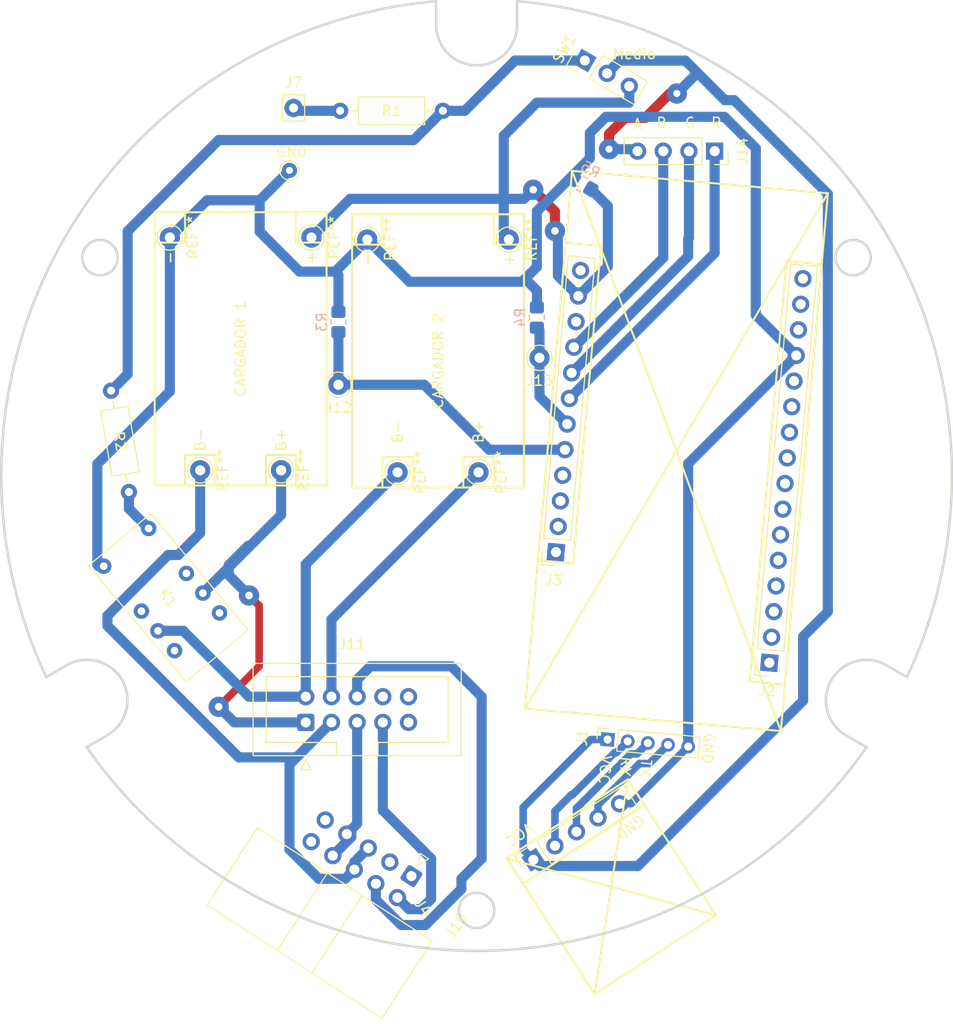
<source format=kicad_pcb>
(kicad_pcb (version 20211014) (generator pcbnew)
  (layers (0 "F.Cu" signal) (31 "B.Cu" signal) (34 "B.Paste" user) (35 "F.Paste" user) (36 "B.SilkS" user "B.Silkscreen") (37 "F.SilkS" user "F.Silkscreen") (38 "B.Mask" user) (39 "F.Mask" user) (44 "Edge.Cuts" user))
  (net 0 "")
  (net 1 "/LED")
  (net 2 "Net-(K1-Pad1)")
  (net 3 "/VBAT1")
  (net 4 "/GNDBAT2")
  (net 5 "GND")
  (net 25 "/LED_CARGA_2")
  (net 26 "/R")
  (net 27 "/G")
  (net 28 "/B")
  (net 31 "VCC")
  (net 32 "/RX")
  (net 33 "/TX")
  (net 34 "/NC")
  (net 35 "/VCC_SW")
  (net 36 "GND1")
  (net 37 "/VCC_STLINK")
  (net 38 "/SCLK _STL_LINK")
  (net 40 "/VBAT2")
  (net 41 "/SDIO_STL")
  (net 48 "Net-(R1-Pad2)")
  (net 49 "/LED_CARGA_1")
  (footprint "Resistor_THT:R_Axial_DIN0207_L6.3mm_D2.5mm_P10.16mm_Horizontal" (layer "F.Cu") (at 113.357863 90.767178 -80)
    (fp_text reference "R2" (at 5.08 0 100) (layer "F.SilkS"))
    (fp_text value "120")
    (fp_line (start 1.04 0) (end 1.81 0) (layer "F.SilkS") (width 0.12))
    (fp_line (start 8.35 1.37) (end 8.35 -1.37) (layer "F.SilkS") (width 0.12))
    (fp_line (start 8.35 -1.37) (end 1.81 -1.37) (layer "F.SilkS") (width 0.12))
    (fp_line (start 9.12 0) (end 8.35 0) (layer "F.SilkS") (width 0.12))
    (fp_line (start 1.81 -1.37) (end 1.81 1.37) (layer "F.SilkS") (width 0.12))
    (fp_line (start 1.81 1.37) (end 8.35 1.37) (layer "F.SilkS") (width 0.12))
    (pad "1" thru_hole circle locked (at 0 0 280) (size 1.6 1.6) (drill 0.8) (layers *.Cu *.Mask) (net 48 "Net-(R1-Pad2)"))
    (pad "2" thru_hole oval locked (at 10.16 0 280) (size 1.6 1.6) (drill 0.8) (layers *.Cu *.Mask) (net 2 "Net-(K1-Pad1)"))
  )
  (footprint "Connector_Pin:Pin_D1.0mm_L10.0mm" (layer "F.Cu") (at 130.169995 98.630002 90)
    (fp_text reference "REF**" (at 0 2.25 90) (layer "F.SilkS"))
    (fp_text value "Pin_D1.0mm_L10.0mm")
    (fp_circle (center 0 0) (end 1.25 0.05) (layer "F.SilkS") (width 0.12) (fill none))
    (pad "1" thru_hole circle locked (at 0 0 90) (size 2 2) (drill 1) (layers *.Cu *.Mask) (net 3 "/VBAT1"))
    (pad "1" thru_hole circle locked (at 0 0 90) (size 2 2) (drill 1) (layers *.Cu *.Mask) (net 3 "/VBAT1"))
  )
  (footprint "Connector_Pin:Pin_D1.0mm_L10.0mm" (layer "F.Cu") (at 133.169996 75.630004 90)
    (fp_text reference "REF**" (at 0 2.25 90) (layer "F.SilkS"))
    (fp_text value "Pin_D1.0mm_L10.0mm")
    (fp_circle (center 0 0) (end 1.25 0.05) (layer "F.SilkS") (width 0.12) (fill none))
    (pad "1" thru_hole circle locked (at 0 0 90) (size 2 2) (drill 1) (layers *.Cu *.Mask) (net 35 "/VCC_SW"))
  )
  (footprint "Connector_PinSocket_2.00mm:PinSocket_1x05_P2.00mm_Vertical" (layer "F.Cu") (at 162.453505 125.232639 85)
    (fp_text reference "J1" (at 0 -2.5 85) (layer "F.SilkS"))
    (fp_text value "Micro-usb_lora")
    (fp_line (start -1.06 9.06) (end 1.06 9.06) (layer "F.SilkS") (width 0.12))
    (fp_line (start 0 -1.06) (end 1.06 -1.06) (layer "F.SilkS") (width 0.12))
    (fp_line (start 1.06 1) (end 1.06 9.06) (layer "F.SilkS") (width 0.12))
    (fp_line (start 1.06 -1.06) (end 1.06 0) (layer "F.SilkS") (width 0.12))
    (fp_line (start -1.06 1) (end -1.06 9.06) (layer "F.SilkS") (width 0.12))
    (fp_line (start -1.06 1) (end 1.06 1) (layer "F.SilkS") (width 0.12))
    (pad "1" thru_hole rect locked (at 0 0 85) (size 1.35 1.35) (drill 0.8) (layers *.Cu *.Mask) (net 31 "VCC"))
    (pad "2" thru_hole oval locked (at 0 2 85) (size 1.35 1.35) (drill 0.8) (layers *.Cu *.Mask) (net 32 "/RX"))
    (pad "3" thru_hole oval locked (at 0 4 85) (size 1.35 1.35) (drill 0.8) (layers *.Cu *.Mask) (net 33 "/TX"))
    (pad "4" thru_hole oval locked (at 0 6 85) (size 1.35 1.35) (drill 0.8) (layers *.Cu *.Mask) (net 34 "/NC"))
    (pad "5" thru_hole oval locked (at 0 8 85) (size 1.35 1.35) (drill 0.8) (layers *.Cu *.Mask) (net 5 "GND"))
  )
  (footprint "Connector_Pin:Pin_D1.0mm_L10.0mm" (layer "F.Cu") (at 138.69 75.829996 90)
    (fp_text reference "REF**" (at 0 2.25 90) (layer "F.SilkS"))
    (fp_text value "Pin_D1.0mm_L10.0mm")
    (fp_circle (center 0 0) (end 1.25 0.05) (layer "F.SilkS") (width 0.12) (fill none))
    (pad "1" thru_hole circle locked (at 0 0 90) (size 2 2) (drill 1) (layers *.Cu *.Mask) (net 5 "GND"))
  )
  (footprint "Connector_PinSocket_2.54mm:PinSocket_1x16_P2.54mm_Vertical" (layer "F.Cu") (at 178.450421 117.648001 175)
    (fp_text reference "J2" (at 0 -2.77 175) (layer "F.SilkS"))
    (fp_text value "Parte izquierda lora")
    (fp_line (start 0 -1.33) (end 1.33 -1.33) (layer "F.SilkS") (width 0.12))
    (fp_line (start -1.33 39.43) (end 1.33 39.43) (layer "F.SilkS") (width 0.12))
    (fp_line (start -1.33 1.27) (end 1.33 1.27) (layer "F.SilkS") (width 0.12))
    (fp_line (start 1.33 1.27) (end 1.33 39.43) (layer "F.SilkS") (width 0.12))
    (fp_line (start 1.33 -1.33) (end 1.33 0) (layer "F.SilkS") (width 0.12))
    (fp_line (start -1.33 1.27) (end -1.33 39.43) (layer "F.SilkS") (width 0.12))
    (pad "1" thru_hole rect locked (at 0 0 175) (size 1.7 1.7) (drill 1) (layers *.Cu *.Mask))
    (pad "2" thru_hole oval locked (at 0 2.54 175) (size 1.7 1.7) (drill 1) (layers *.Cu *.Mask))
    (pad "3" thru_hole oval locked (at 0 5.08 175) (size 1.7 1.7) (drill 1) (layers *.Cu *.Mask))
    (pad "4" thru_hole oval locked (at 0 7.62 175) (size 1.7 1.7) (drill 1) (layers *.Cu *.Mask))
    (pad "5" thru_hole oval locked (at 0 10.16 175) (size 1.7 1.7) (drill 1) (layers *.Cu *.Mask))
    (pad "6" thru_hole oval locked (at 0 12.7 175) (size 1.7 1.7) (drill 1) (layers *.Cu *.Mask))
    (pad "7" thru_hole oval locked (at 0 15.24 175) (size 1.7 1.7) (drill 1) (layers *.Cu *.Mask))
    (pad "8" thru_hole oval locked (at 0 17.78 175) (size 1.7 1.7) (drill 1) (layers *.Cu *.Mask))
    (pad "9" thru_hole oval locked (at 0 20.32 175) (size 1.7 1.7) (drill 1) (layers *.Cu *.Mask))
    (pad "10" thru_hole oval locked (at 0 22.86 175) (size 1.7 1.7) (drill 1) (layers *.Cu *.Mask))
    (pad "11" thru_hole oval locked (at 0 25.4 175) (size 1.7 1.7) (drill 1) (layers *.Cu *.Mask))
    (pad "12" thru_hole oval locked (at 0 27.94 175) (size 1.7 1.7) (drill 1) (layers *.Cu *.Mask))
    (pad "13" thru_hole oval locked (at 0 30.48 175) (size 1.7 1.7) (drill 1) (layers *.Cu *.Mask) (net 5 "GND"))
    (pad "14" thru_hole oval locked (at 0 33.02 175) (size 1.7 1.7) (drill 1) (layers *.Cu *.Mask))
    (pad "15" thru_hole oval locked (at 0 35.56 175) (size 1.7 1.7) (drill 1) (layers *.Cu *.Mask))
    (pad "16" thru_hole oval locked (at 0 38.1 175) (size 1.7 1.7) (drill 1) (layers *.Cu *.Mask))
  )
  (footprint "Connector_Pin:Pin_D1.0mm_L10.0mm" (layer "F.Cu") (at 141.689999 98.829996 90)
    (fp_text reference "REF**" (at 0 2.25 90) (layer "F.SilkS"))
    (fp_text value "Pin_D1.0mm_L10.0mm")
    (fp_circle (center 0 0) (end 1.25 0.05) (layer "F.SilkS") (width 0.12) (fill none))
    (pad "1" thru_hole circle locked (at 0 0 90) (size 2 2) (drill 1) (layers *.Cu *.Mask) (net 4 "/GNDBAT2"))
  )
  (footprint "Connector_IDC:IDC-Header_2x05_P2.54mm_Vertical" (layer "F.Cu") (at 132.61 123.54 90)
    (fp_text reference "J11" (at 7.7525 4.58) (layer "F.SilkS"))
    (fp_text value "IDC_CANSAT")
    (fp_line (start 4.52 14.07) (end -1.98 14.07) (layer "F.SilkS") (width 0.12))
    (fp_line (start -3.68 0) (end -4.68 -0.5) (layer "F.SilkS") (width 0.12))
    (fp_line (start -1.98 7.13) (end -3.29 7.13) (layer "F.SilkS") (width 0.12))
    (fp_line (start -4.68 -0.5) (end -4.68 0.5) (layer "F.SilkS") (width 0.12))
    (fp_line (start -3.29 -5.21) (end 5.83 -5.21) (layer "F.SilkS") (width 0.12))
    (fp_line (start -4.68 0.5) (end -3.68 0) (layer "F.SilkS") (width 0.12))
    (fp_line (start -3.29 15.37) (end -3.29 -5.21) (layer "F.SilkS") (width 0.12))
    (fp_line (start -1.98 -3.91) (end 4.52 -3.91) (layer "F.SilkS") (width 0.12))
    (fp_line (start -1.98 3.03) (end -1.98 -3.91) (layer "F.SilkS") (width 0.12))
    (fp_line (start -1.98 7.13) (end -1.98 7.13) (layer "F.SilkS") (width 0.12))
    (fp_line (start -3.29 3.03) (end -1.98 3.03) (layer "F.SilkS") (width 0.12))
    (fp_line (start 5.83 -5.21) (end 5.83 15.37) (layer "F.SilkS") (width 0.12))
    (fp_line (start -1.98 14.07) (end -1.98 7.13) (layer "F.SilkS") (width 0.12))
    (fp_line (start 4.52 -3.91) (end 4.52 14.07) (layer "F.SilkS") (width 0.12))
    (fp_line (start 5.83 15.37) (end -3.29 15.37) (layer "F.SilkS") (width 0.12))
    (pad "1" thru_hole roundrect locked (at 0 0 90) (size 1.7 1.7) (drill 1) (layers *.Cu *.Mask) (roundrect_rratio 0.147059) (net 3 "/VBAT1"))
    (pad "2" thru_hole circle locked (at 2.54 0 90) (size 1.7 1.7) (drill 1) (layers *.Cu *.Mask) (net 4 "/GNDBAT2"))
    (pad "3" thru_hole circle locked (at 0 2.54 90) (size 1.7 1.7) (drill 1) (layers *.Cu *.Mask) (net 36 "GND1"))
    (pad "4" thru_hole circle locked (at 2.54 2.54 90) (size 1.7 1.7) (drill 1) (layers *.Cu *.Mask) (net 40 "/VBAT2"))
    (pad "5" thru_hole circle locked (at 0 5.08 90) (size 1.7 1.7) (drill 1) (layers *.Cu *.Mask) (net 37 "/VCC_STLINK"))
    (pad "6" thru_hole circle locked (at 2.54 5.08 90) (size 1.7 1.7) (drill 1) (layers *.Cu *.Mask) (net 41 "/SDIO_STL"))
    (pad "7" thru_hole circle locked (at 0 7.62 90) (size 1.7 1.7) (drill 1) (layers *.Cu *.Mask) (net 38 "/SCLK _STL_LINK"))
    (pad "8" thru_hole circle locked (at 2.54 7.62 90) (size 1.7 1.7) (drill 1) (layers *.Cu *.Mask))
    (pad "9" thru_hole circle locked (at 0 10.16 90) (size 1.7 1.7) (drill 1) (layers *.Cu *.Mask))
    (pad "10" thru_hole circle locked (at 2.54 10.16 90) (size 1.7 1.7) (drill 1) (layers *.Cu *.Mask))
  )
  (footprint "Connector_PinSocket_2.54mm:PinSocket_1x04_P2.54mm_Vertical" (layer "F.Cu") (at 173.040001 67.095 -90)
    (fp_text reference "J14" (at 0 -2.77 90) (layer "F.SilkS"))
    (fp_text value "conector RGB")
    (fp_line (start -1.33 1.27) (end 1.33 1.27) (layer "F.SilkS") (width 0.12))
    (fp_line (start -1.33 8.95) (end 1.33 8.95) (layer "F.SilkS") (width 0.12))
    (fp_line (start 0 -1.33) (end 1.33 -1.33) (layer "F.SilkS") (width 0.12))
    (fp_line (start 1.33 -1.33) (end 1.33 0) (layer "F.SilkS") (width 0.12))
    (fp_line (start 1.33 1.27) (end 1.33 8.95) (layer "F.SilkS") (width 0.12))
    (fp_line (start -1.33 1.27) (end -1.33 8.95) (layer "F.SilkS") (width 0.12))
    (pad "1" thru_hole rect locked (at 0 0 270) (size 1.7 1.7) (drill 1) (layers *.Cu *.Mask) (net 26 "/R"))
    (pad "2" thru_hole oval locked (at 0 2.54 270) (size 1.7 1.7) (drill 1) (layers *.Cu *.Mask) (net 27 "/G"))
    (pad "3" thru_hole oval locked (at 0 5.08 270) (size 1.7 1.7) (drill 1) (layers *.Cu *.Mask) (net 28 "/B"))
    (pad "4" thru_hole oval locked (at 0 7.62 270) (size 1.7 1.7) (drill 1) (layers *.Cu *.Mask) (net 31 "VCC"))
  )
  (footprint "Connector_Pin:Pin_D1.0mm_L10.0mm" (layer "F.Cu") (at 122.169996 98.63 90)
    (fp_text reference "REF**" (at 0 2.25 90) (layer "F.SilkS"))
    (fp_text value "Pin_D1.0mm_L10.0mm")
    (fp_circle (center 0 0) (end 1.25 0.05) (layer "F.SilkS") (width 0.12) (fill none))
    (pad "1" thru_hole circle locked (at 0 0 90) (size 2 2) (drill 1) (layers *.Cu *.Mask) (net 36 "GND1"))
  )
  (footprint "Relay_THT:RELAY PANASONIC" (layer "F.Cu") (at 119.03 111.22 -50)
    (fp_text reference "K1" (at 0 0 -50 unlocked) (layer "F.SilkS"))
    (fp_text value "ADW11")
    (fp_rect (start -7.5 -4) (end 7.5 4) (layer "F.SilkS") (width 0.12) (fill none))
    (pad "1" thru_hole circle (at -6.5 -2.9 310) (size 1.524 1.524) (drill 0.762) (layers *.Cu *.Mask) (net 2 "Net-(K1-Pad1)"))
    (pad "2" thru_hole circle (at -0.7 2.9 310) (size 1.524 1.524) (drill 0.762) (layers *.Cu *.Mask))
    (pad "3" thru_hole circle (at 1.84 -2.9 310) (size 1.524 1.524) (drill 0.762) (layers *.Cu *.Mask) (net 3 "/VBAT1"))
    (pad "4" thru_hole circle (at -0.7 -2.9 310) (size 1.524 1.524) (drill 0.762) (layers *.Cu *.Mask))
    (pad "5" thru_hole circle (at 1.84 2.9 310) (size 1.524 1.524) (drill 0.762) (layers *.Cu *.Mask) (net 4 "/GNDBAT2"))
    (pad "6" thru_hole circle (at -6.5 2.9 310) (size 1.524 1.524) (drill 0.762) (layers *.Cu *.Mask) (net 5 "GND"))
    (pad "7" thru_hole circle (at 4.4 -2.9 310) (size 1.524 1.524) (drill 0.762) (layers *.Cu *.Mask))
    (pad "8" thru_hole circle (at 4.4 2.9 310) (size 1.524 1.524) (drill 0.762) (layers *.Cu *.Mask))
  )
  (footprint "Connector_PinSocket_2.54mm:PinSocket_1x12_P2.54mm_Vertical" (layer "F.Cu") (at 157.3478 106.717187 175)
    (fp_text reference "J3" (at 0 -2.77 175) (layer "F.SilkS"))
    (fp_text value "parte derecha lora")
    (fp_line (start 0 -1.33) (end 1.33 -1.33) (layer "F.SilkS") (width 0.12))
    (fp_line (start -1.33 29.27) (end 1.33 29.27) (layer "F.SilkS") (width 0.12))
    (fp_line (start 1.33 -1.33) (end 1.33 0) (layer "F.SilkS") (width 0.12))
    (fp_line (start 1.33 1.27) (end 1.33 29.27) (layer "F.SilkS") (width 0.12))
    (fp_line (start -1.33 1.27) (end -1.33 29.27) (layer "F.SilkS") (width 0.12))
    (fp_line (start -1.33 1.27) (end 1.33 1.27) (layer "F.SilkS") (width 0.12))
    (pad "1" thru_hole rect locked (at 0 0 175) (size 1.7 1.7) (drill 1) (layers *.Cu *.Mask))
    (pad "2" thru_hole oval locked (at 0 2.54 175) (size 1.7 1.7) (drill 1) (layers *.Cu *.Mask))
    (pad "3" thru_hole oval locked (at 0 5.08 175) (size 1.7 1.7) (drill 1) (layers *.Cu *.Mask))
    (pad "4" thru_hole oval locked (at 0 7.62 175) (size 1.7 1.7) (drill 1) (layers *.Cu *.Mask))
    (pad "5" thru_hole oval locked (at 0 10.16 175) (size 1.7 1.7) (drill 1) (layers *.Cu *.Mask) (net 49 "/LED_CARGA_1"))
    (pad "6" thru_hole oval locked (at 0 12.7 175) (size 1.7 1.7) (drill 1) (layers *.Cu *.Mask) (net 25 "/LED_CARGA_2"))
    (pad "7" thru_hole oval locked (at 0 15.24 175) (size 1.7 1.7) (drill 1) (layers *.Cu *.Mask) (net 26 "/R"))
    (pad "8" thru_hole oval locked (at 0 17.78 175) (size 1.7 1.7) (drill 1) (layers *.Cu *.Mask) (net 27 "/G"))
    (pad "9" thru_hole oval locked (at 0 20.32 175) (size 1.7 1.7) (drill 1) (layers *.Cu *.Mask) (net 28 "/B"))
    (pad "10" thru_hole oval locked (at 0 22.86 175) (size 1.7 1.7) (drill 1) (layers *.Cu *.Mask))
    (pad "11" thru_hole oval locked (at 0 25.4 175) (size 1.7 1.7) (drill 1) (layers *.Cu *.Mask) (net 35 "/VCC_SW"))
    (pad "12" thru_hole oval locked (at 0 27.94 175) (size 1.7 1.7) (drill 1) (layers *.Cu *.Mask))
  )
  (footprint "Resistor_THT:R_Axial_DIN0207_L6.3mm_D2.5mm_P10.16mm_Horizontal" (layer "F.Cu") (at 136.010001 63.110005)
    (fp_text reference "R1" (at 5.08 0) (layer "F.SilkS"))
    (fp_text value "330")
    (fp_line (start 8.35 1.37) (end 8.35 -1.37) (layer "F.SilkS") (width 0.12))
    (fp_line (start 1.81 1.37) (end 8.35 1.37) (layer "F.SilkS") (width 0.12))
    (fp_line (start 8.35 -1.37) (end 1.81 -1.37) (layer "F.SilkS") (width 0.12))
    (fp_line (start 1.04 0) (end 1.81 0) (layer "F.SilkS") (width 0.12))
    (fp_line (start 9.12 0) (end 8.35 0) (layer "F.SilkS") (width 0.12))
    (fp_line (start 1.81 -1.37) (end 1.81 1.37) (layer "F.SilkS") (width 0.12))
    (pad "1" thru_hole circle locked (at 0 0) (size 1.6 1.6) (drill 0.8) (layers *.Cu *.Mask) (net 1 "/LED"))
    (pad "2" thru_hole oval locked (at 10.16 0) (size 1.6 1.6) (drill 0.8) (layers *.Cu *.Mask) (net 48 "Net-(R1-Pad2)"))
  )
  (footprint "Connector_Pin:Pin_D1.0mm_L10.0mm" (layer "F.Cu") (at 119.17 75.630003 90)
    (fp_text reference "REF**" (at 0 2.25 90) (layer "F.SilkS"))
    (fp_text value "Pin_D1.0mm_L10.0mm")
    (fp_circle (center 0 0) (end 1.25 0.05) (layer "F.SilkS") (width 0.12) (fill none))
    (pad "1" thru_hole circle locked (at 0 0 90) (size 2 2) (drill 1) (layers *.Cu *.Mask) (net 5 "GND"))
  )
  (footprint "Connector_Pin:Pin_D1.0mm_L10.0mm" (layer "F.Cu") (at 152.689995 75.829996 90)
    (fp_text reference "REF**" (at 0 2.25 90) (layer "F.SilkS"))
    (fp_text value "Pin_D1.0mm_L10.0mm")
    (fp_circle (center 0 0) (end 1.25 0.05) (layer "F.SilkS") (width 0.12) (fill none))
    (pad "1" thru_hole circle locked (at 0 0 90) (size 2 2) (drill 1) (layers *.Cu *.Mask) (net 35 "/VCC_SW"))
  )
  (footprint "Connector_Pin:Pin_D1.0mm_L10.0mm" (layer "F.Cu") (at 149.689995 98.829998 90)
    (fp_text reference "REF**" (at 0 2.25 90) (layer "F.SilkS"))
    (fp_text value "Pin_D1.0mm_L10.0mm")
    (fp_circle (center 0 0) (end 1.25 0.05) (layer "F.SilkS") (width 0.12) (fill none))
    (pad "1" thru_hole circle locked (at 0 0 90) (size 2 2) (drill 1) (layers *.Cu *.Mask) (net 40 "/VBAT2"))
  )
  (footprint "Connector_Pin:Pin_D1.0mm_L10.0mm" (layer "F.Cu") (at 135.84 90.18)
    (fp_text reference "J12" (at 0 2.25) (layer "F.SilkS"))
    (fp_text value "LED_CARGA_1")
    (fp_circle (center 0 0) (end 1.25 0.05) (layer "F.SilkS") (width 0.12) (fill none))
    (pad "1" thru_hole circle locked (at 0 0) (size 2 2) (drill 1) (layers *.Cu *.Mask) (net 49 "/LED_CARGA_1"))
  )
  (footprint "Connector_IDC:IDC-Header_2x05_P2.54mm_Horizontal" (layer "F.Cu") (at 143.055378 138.724429 -123)
    (fp_text reference "J10" (at 1.6975 -6.42 57) (layer "F.SilkS"))
    (fp_text value "IDC_STLINK")
    (fp_line (start 4.27 3.03) (end 13.39 3.03) (layer "F.SilkS") (width 0.12))
    (fp_line (start -1.35 0) (end -2.35 -0.5) (layer "F.SilkS") (width 0.12))
    (fp_line (start 4.27 15.37) (end 4.27 -5.21) (layer "F.SilkS") (width 0.12))
    (fp_line (start 13.39 -5.21) (end 13.39 15.37) (layer "F.SilkS") (width 0.12))
    (fp_line (start 4.27 7.13) (end 13.39 7.13) (layer "F.SilkS") (width 0.12))
    (fp_line (start 4.27 -5.21) (end 13.39 -5.21) (layer "F.SilkS") (width 0.12))
    (fp_line (start -2.35 -0.5) (end -2.35 0.5) (layer "F.SilkS") (width 0.12))
    (fp_line (start 13.39 15.37) (end 4.27 15.37) (layer "F.SilkS") (width 0.12))
    (fp_line (start -2.35 0.5) (end -1.35 0) (layer "F.SilkS") (width 0.12))
    (pad "1" thru_hole roundrect locked (at 0 0 237) (size 1.7 1.7) (drill 1) (layers *.Cu *.Mask) (roundrect_rratio 0.147059))
    (pad "2" thru_hole circle locked (at 2.54 0 237) (size 1.7 1.7) (drill 1) (layers *.Cu *.Mask) (net 38 "/SCLK _STL_LINK"))
    (pad "3" thru_hole circle locked (at 0 2.54 237) (size 1.7 1.7) (drill 1) (layers *.Cu *.Mask))
    (pad "4" thru_hole circle locked (at 2.54 2.54 237) (size 1.7 1.7) (drill 1) (layers *.Cu *.Mask) (net 41 "/SDIO_STL"))
    (pad "5" thru_hole circle locked (at 0 5.08 237) (size 1.7 1.7) (drill 1) (layers *.Cu *.Mask) (net 36 "GND1"))
    (pad "6" thru_hole circle locked (at 2.54 5.08 237) (size 1.7 1.7) (drill 1) (layers *.Cu *.Mask) (net 36 "GND1"))
    (pad "7" thru_hole circle locked (at 0 7.62 237) (size 1.7 1.7) (drill 1) (layers *.Cu *.Mask) (net 37 "/VCC_STLINK"))
    (pad "8" thru_hole circle locked (at 2.54 7.62 237) (size 1.7 1.7) (drill 1) (layers *.Cu *.Mask) (net 37 "/VCC_STLINK"))
    (pad "9" thru_hole circle locked (at 0 10.16 237) (size 1.7 1.7) (drill 1) (layers *.Cu *.Mask))
    (pad "10" thru_hole circle locked (at 2.54 10.16 237) (size 1.7 1.7) (drill 1) (layers *.Cu *.Mask))
  )
  (footprint "TestPoint:TestPoint_THTPad_D1.5mm_Drill0.7mm" (layer "F.Cu") (at 131 69 -10)
    (fp_text reference "GND" (at -0.10923 -1.828816 180) (layer "F.SilkS"))
    (fp_text value "TestPoint_THTPad_D1.5mm_Drill0.7mm")
    (fp_circle (center 0 0) (end 0 0.95) (layer "F.SilkS") (width 0.12) (fill none))
    (pad "1" thru_hole circle locked (at 0 0 350) (size 1.5 1.5) (drill 0.7) (layers *.Cu *.Mask) (net 5 "GND"))
  )
  (footprint "Connector_Pin:Pin_D0.9mm_L10.0mm_W2.4mm_FlatFork" (layer "F.Cu") (at 131.4 62.83 90)
    (fp_text reference "J7" (at 2.5 0) (layer "F.SilkS"))
    (fp_text value "POSITIVO_LED TESTIGO")
    (fp_line (start -1.3 -1.1) (end -1.3 0.6) (layer "F.SilkS") (width 0.12))
    (fp_line (start -1.3 1.1) (end 1.3 1.1) (layer "F.SilkS") (width 0.12))
    (fp_line (start 1.3 -1.1) (end -1.3 -1.1) (layer "F.SilkS") (width 0.12))
    (fp_line (start -1.3 0.6) (end -1.3 1.1) (layer "F.SilkS") (width 0.12))
    (fp_line (start 1.3 1.1) (end 1.3 -1.1) (layer "F.SilkS") (width 0.12))
    (pad "1" thru_hole circle locked (at 0 0 90) (size 1.8 1.8) (drill 0.9) (layers *.Cu *.Mask) (net 1 "/LED"))
  )
  (footprint "Connector_PinSocket_2.54mm:PinSocket_1x05_P2.54mm_Vertical" (layer "F.Cu") (at 155.117347 137.114742 123)
    (fp_text reference "J4" (at 2 -11.77 123) (layer "F.SilkS"))
    (fp_text value "Breakouy_micro_usb")
    (fp_line (start 0 -1.33) (end 1.33 -1.33) (layer "F.SilkS") (width 0.12))
    (fp_line (start -1.33 1.27) (end -1.33 11.49) (layer "F.SilkS") (width 0.12))
    (fp_line (start -1.33 1.27) (end 1.33 1.27) (layer "F.SilkS") (width 0.12))
    (fp_line (start 1.33 -1.33) (end 1.33 0) (layer "F.SilkS") (width 0.12))
    (fp_line (start 1.33 1.27) (end 1.33 11.49) (layer "F.SilkS") (width 0.12))
    (fp_line (start -1.33 11.49) (end 1.33 11.49) (layer "F.SilkS") (width 0.12))
    (pad "1" thru_hole rect locked (at 0 0 123) (size 1.7 1.7) (drill 1) (layers *.Cu *.Mask) (net 31 "VCC"))
    (pad "2" thru_hole oval locked (at 0 2.54 123) (size 1.7 1.7) (drill 1) (layers *.Cu *.Mask) (net 32 "/RX"))
    (pad "3" thru_hole oval locked (at 0 5.08 123) (size 1.7 1.7) (drill 1) (layers *.Cu *.Mask) (net 33 "/TX"))
    (pad "4" thru_hole oval locked (at 0 7.62 123) (size 1.7 1.7) (drill 1) (layers *.Cu *.Mask) (net 34 "/NC"))
    (pad "5" thru_hole oval locked (at 0 10.16 123) (size 1.7 1.7) (drill 1) (layers *.Cu *.Mask) (net 5 "GND"))
  )
  (footprint "Connector_PinHeader_2.54mm:PinHeader_1x03_P2.54mm_Vertical" (layer "F.Cu") (at 160.2 58.14 60)
    (fp_text reference "SW1" (at 0 -2.33 60) (layer "F.SilkS"))
    (fp_text value "SWITCH")
    (fp_line (start -1.33 1.27) (end 1.33 1.27) (layer "F.SilkS") (width 0.12))
    (fp_line (start -1.33 1.27) (end -1.33 6.41) (layer "F.SilkS") (width 0.12))
    (fp_line (start -1.33 0) (end -1.33 -1.33) (layer "F.SilkS") (width 0.12))
    (fp_line (start -1.33 -1.33) (end 0 -1.33) (layer "F.SilkS") (width 0.12))
    (fp_line (start 1.33 1.27) (end 1.33 6.41) (layer "F.SilkS") (width 0.12))
    (fp_line (start -1.33 6.41) (end 1.33 6.41) (layer "F.SilkS") (width 0.12))
    (pad "1" thru_hole rect locked (at 0 0 60) (size 1.7 1.7) (drill 1) (layers *.Cu *.Mask) (net 48 "Net-(R1-Pad2)"))
    (pad "2" thru_hole oval locked (at 0 2.54 60) (size 1.7 1.7) (drill 1) (layers *.Cu *.Mask) (net 31 "VCC"))
    (pad "3" thru_hole oval locked (at 0 5.08 60) (size 1.7 1.7) (drill 1) (layers *.Cu *.Mask) (net 35 "/VCC_SW"))
  )
  (footprint "Connector_Pin:Pin_D1.0mm_L10.0mm" (layer "F.Cu") (at 155.72 87.52)
    (fp_text reference "J13" (at 0 2.25) (layer "F.SilkS"))
    (fp_text value "LED_CARGA_2")
    (fp_circle (center 0 0) (end 1.25 0.05) (layer "F.SilkS") (width 0.12) (fill none))
    (pad "1" thru_hole circle locked (at 0 0) (size 2 2) (drill 1) (layers *.Cu *.Mask) (net 25 "/LED_CARGA_2"))
  )
  (footprint "Resistor_SMD:R_0805_2012Metric_Pad1.20x1.40mm_HandSolder" (layer "B.Cu") (at 159.933975 70.35 150)
    (fp_text reference "R5" (at 0 1.65 150) (layer "B.SilkS") (effects (justify mirror)))
    (fp_text value "10K")
    (fp_line (start -0.227064 0.735) (end 0.227064 0.735) (layer "B.SilkS") (width 0.12))
    (fp_line (start -0.227064 -0.735) (end 0.227064 -0.735) (layer "B.SilkS") (width 0.12))
    (pad "1" smd roundrect locked (at -1 0 150) (size 1.2 1.4) (layers "B.Cu" "B.Paste" "B.Mask") (roundrect_rratio 0.208333) (net 35 "/VCC_SW"))
    (pad "2" smd roundrect locked (at 1 0 150) (size 1.2 1.4) (layers "B.Cu" "B.Paste" "B.Mask") (roundrect_rratio 0.208333) (net 5 "GND"))
  )
  (footprint "Resistor_SMD:R_0805_2012Metric_Pad1.20x1.40mm_HandSolder" (layer "B.Cu") (at 135.84 83.98 -90)
    (fp_text reference "R3" (at 0 1.65 90) (layer "B.SilkS") (effects (justify mirror)))
    (fp_text value "10K")
    (fp_line (start -0.227064 0.735) (end 0.227064 0.735) (layer "B.SilkS") (width 0.12))
    (fp_line (start -0.227064 -0.735) (end 0.227064 -0.735) (layer "B.SilkS") (width 0.12))
    (pad "1" smd roundrect locked (at -1 0 270) (size 1.2 1.4) (layers "B.Cu" "B.Paste" "B.Mask") (roundrect_rratio 0.208333) (net 5 "GND"))
    (pad "2" smd roundrect locked (at 1 0 270) (size 1.2 1.4) (layers "B.Cu" "B.Paste" "B.Mask") (roundrect_rratio 0.208333) (net 49 "/LED_CARGA_1"))
  )
  (footprint "Resistor_SMD:R_0805_2012Metric_Pad1.20x1.40mm_HandSolder" (layer "B.Cu") (at 155.46 83.54 -90)
    (fp_text reference "R4" (at 0 1.65 90) (layer "B.SilkS") (effects (justify mirror)))
    (fp_text value "10K")
    (fp_line (start -0.227064 0.735) (end 0.227064 0.735) (layer "B.SilkS") (width 0.12))
    (fp_line (start -0.227064 -0.735) (end 0.227064 -0.735) (layer "B.SilkS") (width 0.12))
    (pad "1" smd roundrect locked (at -1 0 270) (size 1.2 1.4) (layers "B.Cu" "B.Paste" "B.Mask") (roundrect_rratio 0.208333) (net 5 "GND"))
    (pad "2" smd roundrect locked (at 1 0 270) (size 1.2 1.4) (layers "B.Cu" "B.Paste" "B.Mask") (roundrect_rratio 0.208333) (net 25 "/LED_CARGA_2"))
  )
  (gr_line locked (start 154.090315 139.480813) (end 166.083301 131.692476) (layer "F.SilkS") (width 0.2))
  (gr_line (start 148.19 97.329999) (end 151.190002 97.33) (layer "F.SilkS") (width 0.2))
  (gr_line (start 120.669998 97.13) (end 120.669996 100.130004) (layer "F.SilkS") (width 0.2))
  (gr_line (start 158.31514 76.155205) (end 161.801819 76.460251) (layer "F.SilkS") (width 0.2))
  (gr_line (start 184.240774 71.25613) (end 179.591887 124.393156) (layer "F.SilkS") (width 0.2))
  (gr_line (start 117.669996 76.130006) (end 120.669997 76.130003) (layer "F.SilkS") (width 0.2))
  (gr_line (start 148.190002 100.330002) (end 148.19 97.329999) (layer "F.SilkS") (width 0.2))
  (gr_line (start 137.189995 100.330005) (end 137.19 73.329999) (layer "F.SilkS") (width 0.2))
  (gr_line (start 131.669996 76.13) (end 131.669994 73.130003) (layer "F.SilkS") (width 0.2))
  (gr_line (start 137.189996 76.329999) (end 140.189998 76.33) (layer "F.SilkS") (width 0.2))
  (gr_line locked (start 173.163607 142.595195) (end 164.449386 129.17647) (layer "F.SilkS") (width 0.2))
  (gr_line (start 183.627194 78.26934) (end 180.140517 77.964296) (layer "F.SilkS") (width 0.2))
  (gr_line (start 151.189996 76.329999) (end 151.189997 73.329993) (layer "F.SilkS") (width 0.2))
  (gr_line (start 151.189998 100.330002) (end 148.190002 100.330002) (layer "F.SilkS") (width 0.2))
  (gr_line (start 179.992806 119.810661) (end 183.627194 78.26934) (layer "F.SilkS") (width 0.2))
  (gr_line locked (start 152.456398 136.964818) (end 154.090315 139.480813) (layer "F.SilkS") (width 0.2))
  (gr_line (start 137.19 73.329999) (end 154.189998 73.330002) (layer "F.SilkS") (width 0.2))
  (gr_line (start 140.189998 76.33) (end 140.190003 73.330002) (layer "F.SilkS") (width 0.2))
  (gr_line locked (start 164.449386 129.17647) (end 152.456398 136.964818) (layer "F.SilkS") (width 0.2))
  (gr_line (start 154.189998 73.330002) (end 154.189999 76.329996) (layer "F.SilkS") (width 0.2))
  (gr_line (start 123.669996 100.130001) (end 123.669999 97.13) (layer "F.SilkS") (width 0.2))
  (gr_line (start 120.669997 76.130003) (end 120.669998 73.130003) (layer "F.SilkS") (width 0.2))
  (gr_line (start 154.288545 122.179396) (end 158.937427 69.042378) (layer "F.SilkS") (width 0.2))
  (gr_line locked (start 164.449386 129.17647) (end 152.456398 136.964818) (layer "F.SilkS") (width 0.2))
  (gr_line locked (start 173.163607 142.595195) (end 152.456398 136.964818) (layer "F.SilkS") (width 0.2))
  (gr_line (start 158.937427 69.042378) (end 184.240774 71.25613) (layer "F.SilkS") (width 0.2))
  (gr_line (start 123.669999 97.13) (end 120.669998 97.13) (layer "F.SilkS") (width 0.2))
  (gr_line (start 154.189998 73.330002) (end 154.189998 100.329998) (layer "F.SilkS") (width 0.2))
  (gr_line (start 131.669997 100.130001) (end 128.669995 100.130001) (layer "F.SilkS") (width 0.2))
  (gr_line (start 134.669999 73.130002) (end 134.669997 76.130003) (layer "F.SilkS") (width 0.2))
  (gr_line (start 134.669999 73.130002) (end 134.669998 100.130002) (layer "F.SilkS") (width 0.2))
  (gr_line locked (start 152.456398 136.964818) (end 161.170615 150.383531) (layer "F.SilkS") (width 0.2))
  (gr_line (start 180.140517 77.964296) (end 176.50612 119.505613) (layer "F.SilkS") (width 0.2))
  (gr_line (start 155.569727 107.535334) (end 158.31514 76.155205) (layer "F.SilkS") (width 0.2))
  (gr_line (start 131.669994 97.130002) (end 131.669997 100.130001) (layer "F.SilkS") (width 0.2))
  (gr_line locked (start 161.170615 150.383531) (end 173.163607 142.595195) (layer "F.SilkS") (width 0.2))
  (gr_line (start 161.801819 76.460251) (end 159.056414 107.84038) (layer "F.SilkS") (width 0.2))
  (gr_line (start 128.669995 100.130001) (end 128.669996 97.13) (layer "F.SilkS") (width 0.2))
  (gr_line (start 159.056414 107.84038) (end 155.569727 107.535334) (layer "F.SilkS") (width 0.2))
  (gr_line (start 184.240774 71.25613) (end 154.288545 122.179396) (layer "F.SilkS") (width 0.2))
  (gr_line (start 154.189998 100.329998) (end 137.189995 100.330005) (layer "F.SilkS") (width 0.2))
  (gr_line (start 179.591887 124.393156) (end 154.288545 122.179396) (layer "F.SilkS") (width 0.2))
  (gr_line (start 151.190002 97.33) (end 151.189998 100.330002) (layer "F.SilkS") (width 0.2))
  (gr_line (start 134.669998 100.130002) (end 117.669993 100.130002) (layer "F.SilkS") (width 0.2))
  (gr_line (start 143.189996 97.33) (end 140.189995 97.330004) (layer "F.SilkS") (width 0.2))
  (gr_line (start 151.189997 73.329993) (end 154.189998 73.330002) (layer "F.SilkS") (width 0.2))
  (gr_line (start 154.189999 76.329996) (end 151.189996 76.329999) (layer "F.SilkS") (width 0.2))
  (gr_line (start 134.669997 76.130003) (end 131.669996 76.13) (layer "F.SilkS") (width 0.2))
  (gr_line (start 131.669994 73.130003) (end 134.669999 73.130002) (layer "F.SilkS") (width 0.2))
  (gr_line (start 117.67 73.130003) (end 134.669999 73.130002) (layer "F.SilkS") (width 0.2))
  (gr_line (start 140.189995 97.330004) (end 140.189999 100.33) (layer "F.SilkS") (width 0.2))
  (gr_line locked (start 164.449386 129.17647) (end 161.170615 150.383531) (layer "F.SilkS") (width 0.2))
  (gr_line (start 179.591887 124.393156) (end 158.937427 69.042378) (layer "F.SilkS") (width 0.2))
  (gr_line locked (start 166.083301 131.692476) (end 164.449386 129.17647) (layer "F.SilkS") (width 0.2))
  (gr_line (start 143.189998 100.329997) (end 143.189996 97.33) (layer "F.SilkS") (width 0.2))
  (gr_line (start 176.50612 119.505613) (end 179.992806 119.810661) (layer "F.SilkS") (width 0.2))
  (gr_line (start 128.669996 97.13) (end 131.669994 97.130002) (layer "F.SilkS") (width 0.2))
  (gr_line (start 117.669993 100.130002) (end 117.67 73.130003) (layer "F.SilkS") (width 0.2))
  (gr_circle (center 149.5 142.114739) (end 151.25 142.114739) (layer "Edge.Cuts") (width 0.25) (fill none))
  (gr_arc (start 186.03813 124.828841) (mid 184.574029 119.364739) (end 190.03813 117.900637) (layer "Edge.Cuts") (width 0.25))
  (gr_line (start 153.5 54.614739) (end 153.5 52.285261) (layer "Edge.Cuts") (width 0.25))
  (gr_arc (start 188.055518 125.99358) (mid 149.5 146.114739) (end 110.944482 125.99358) (layer "Edge.Cuts") (width 0.25))
  (gr_line (start 190.03813 117.900637) (end 192.055518 119.065376) (layer "Edge.Cuts") (width 0.25))
  (gr_line (start 108.96187 117.900637) (end 106.944482 119.065376) (layer "Edge.Cuts") (width 0.25))
  (gr_circle (center 186.739092 77.614739) (end 188.489092 77.614739) (layer "Edge.Cuts") (width 0.25) (fill none))
  (gr_line (start 145.5 54.614739) (end 145.5 52.285261) (layer "Edge.Cuts") (width 0.25))
  (gr_arc (start 153.5 52.285261) (mid 190.203194 75.614739) (end 192.055518 119.065376) (layer "Edge.Cuts") (width 0.25))
  (gr_line (start 112.96187 124.828841) (end 110.944482 125.99358) (layer "Edge.Cuts") (width 0.25))
  (gr_circle (center 112.260908 77.614739) (end 114.010908 77.614739) (layer "Edge.Cuts") (width 0.25) (fill none))
  (gr_arc (start 153.5 54.614739) (mid 149.5 58.614739) (end 145.5 54.614739) (layer "Edge.Cuts") (width 0.25))
  (gr_arc (start 106.944482 119.065376) (mid 108.796806 75.614739) (end 145.5 52.285261) (layer "Edge.Cuts") (width 0.25))
  (gr_arc (start 108.96187 117.900637) (mid 114.425971 119.364739) (end 112.96187 124.828841) (layer "Edge.Cuts") (width 0.25))
  (gr_line (start 186.03813 124.828841) (end 188.055518 125.99358) (layer "Edge.Cuts") (width 0.25))
  (gr_text "GND" (at 172.415451 126.104199 265) (layer "F.SilkS") (effects (font (size 1 1))))
  (gr_text "B+" (at 149.69 94.830001 90) (layer "F.SilkS") (effects (font (size 1 1))))
  (gr_text "GND" (at 164.68 133.87 215) (layer "F.SilkS") (effects (font (size 1 1))))
  (gr_text "G" (at 170.6 64.3) (layer "F.SilkS") (effects (font (size 1 1))))
  (gr_text "RX" (at 164.228003 127.897442 265) (layer "F.SilkS") (effects (font (size 1 1))))
  (gr_text "B-\n" (at 141.689997 94.83 90) (layer "F.SilkS") (effects (font (size 1 1))))
  (gr_text "B-" (at 122.169996 95.63 90) (layer "F.SilkS") (effects (font (size 1 1))))
  (gr_text "Medio" (at 165.1 57.5) (layer "F.SilkS") (effects (font (size 1 1))))
  (gr_text "-" (at 119.169999 77.630002 90) (layer "F.SilkS") (effects (font (size 1 1))))
  (gr_text "VCC\n" (at 162.192037 128.221226 265) (layer "F.SilkS") (effects (font (size 1 1))))
  (gr_text "A" (at 165.4 64.4) (layer "F.SilkS") (effects (font (size 1 1))))
  (gr_text "B" (at 167.8 64.3) (layer "F.SilkS") (effects (font (size 1 1))))
  (gr_text "B+" (at 130.169996 95.630006 90) (layer "F.SilkS") (effects (font (size 1 1))))
  (gr_text "TX" (at 166.220391 128.071747 265) (layer "F.SilkS") (effects (font (size 1 1))))
  (gr_text "VCC\n" (at 153.72 134.58 215) (layer "F.SilkS") (effects (font (size 1 1))))
  (gr_text "CARGADOR 1\n" (at 126.169998 86.63 90) (layer "F.SilkS") (effects (font (size 1 1))))
  (gr_text "R" (at 173.2 64.3) (layer "F.SilkS") (effects (font (size 1 1))))
  (gr_text "+" (at 133.169998 77.630001 90) (layer "F.SilkS") (effects (font (size 1 1))))
  (gr_text "+" (at 152.689991 77.829999 90) (layer "F.SilkS") (effects (font (size 1 1))))
  (gr_text "CARGADOR 2\n" (at 145.69 87.83 90) (layer "F.SilkS") (effects (font (size 1 1))))
  (gr_text "-" (at 138.689997 77.830003 90) (layer "F.SilkS") (effects (font (size 1 1))))
  (segment (start 131.680005 63.110005) (end 131.4 62.83) (width 1) (layer "B.Cu") (net 1))
  (segment (start 136.010001 63.110005) (end 131.680005 63.110005) (width 1) (layer "B.Cu") (net 1))
  (segment (start 115.122128 100.772825) (end 115.122128 102.425346) (width 1) (layer "B.Cu") (net 2))
  (segment (start 115.122128 102.425346) (end 117.073409 104.376627) (width 1) (layer "B.Cu") (net 2))
  (segment (start 128 118) (end 128 112) (width 0.75) (layer "F.Cu") (net 3))
  (segment (start 124 122) (end 128 118) (width 0.75) (layer "F.Cu") (net 3))
  (segment (start 128 112) (end 127 111) (width 0.75) (layer "F.Cu") (net 3))
  (via (at 127 111) (size 2) (drill 0.75) (layers "F.Cu" "B.Cu") (net 3))
  (via (at 124 122) (size 2) (drill 0.75) (layers "F.Cu" "B.Cu") (net 3))
  (segment (start 125 109) (end 125 108) (width 1) (layer "B.Cu") (net 3))
  (segment (start 125 108) (end 126.900152 106.099848) (width 1) (layer "B.Cu") (net 3))
  (segment (start 127 111) (end 125 109) (width 1) (layer "B.Cu") (net 3))
  (segment (start 130.169995 103.029701) (end 127.099848 106.099848) (width 1) (layer "B.Cu") (net 3))
  (segment (start 130.169995 98.630002) (end 130.169995 103.029701) (width 1) (layer "B.Cu") (net 3))
  (segment (start 125.54 123.54) (end 124 122) (width 1) (layer "B.Cu") (net 3))
  (segment (start 126.900152 106.099848) (end 127.099848 106.099848) (width 1) (layer "B.Cu") (net 3))
  (segment (start 127.099848 106.099848) (end 122.434258 110.765438) (width 1) (layer "B.Cu") (net 3))
  (segment (start 132.61 123.54) (end 125.54 123.54) (width 1) (layer "B.Cu") (net 3))
  (segment (start 120.493606 114.493606) (end 127 121) (width 1) (layer "B.Cu") (net 4))
  (segment (start 132.61 107.909995) (end 132.61 121) (width 1) (layer "B.Cu") (net 4))
  (segment (start 127 121) (end 132.61 121) (width 1) (layer "B.Cu") (net 4))
  (segment (start 141.689999 98.829996) (end 132.61 107.909995) (width 1) (layer "B.Cu") (net 4))
  (segment (start 117.9912 114.493606) (end 120.493606 114.493606) (width 1) (layer "B.Cu") (net 4))
  (segment (start 155.476352 81.885192) (end 155.476352 80.886352) (width 1) (layer "B.Cu") (net 5))
  (segment (start 177.11 83.287059) (end 181.106928 87.283987) (width 1) (layer "B.Cu") (net 5))
  (segment (start 112.104795 108.104795) (end 112.630352 108.104795) (width 1) (layer "B.Cu") (net 5))
  (segment (start 122.850003 71.95) (end 119.17 75.630003) (width 1) (layer "B.Cu") (net 5))
  (segment (start 119.17 90.83) (end 112 98) (width 1) (layer "B.Cu") (net 5))
  (segment (start 112 98) (end 112 108) (width 1) (layer "B.Cu") (net 5))
  (segment (start 170.423063 97.967852) (end 170.423063 125.929885) (width 1) (layer "B.Cu") (net 5))
  (segment (start 132 79) (end 135.519996 79) (width 1) (layer "B.Cu") (net 5))
  (segment (start 154.295 79.705) (end 155.46 78.54) (width 1) (layer "B.Cu") (net 5))
  (segment (start 170.423063 125.929885) (end 164.771739 131.581209) (width 0.75) (layer "B.Cu") (net 5))
  (segment (start 142.860004 80) (end 154 80) (width 1) (layer "B.Cu") (net 5))
  (segment (start 170.695457 97.695457) (end 170.423063 97.967852) (width 1) (layer "B.Cu") (net 5))
  (segment (start 135.519996 79) (end 138.69 75.829996) (width 1) (layer "B.Cu") (net 5))
  (segment (start 174 63.7) (end 177.11 66.81) (width 1) (layer "B.Cu") (net 5))
  (segment (start 181.106928 87.283987) (end 170.695457 97.695457) (width 1) (layer "B.Cu") (net 5))
  (segment (start 135.84 82.98) (end 135.84 79.320004) (width 1) (layer "B.Cu") (net 5))
  (segment (start 138.69 75.829996) (end 142.860004 80) (width 1) (layer "B.Cu") (net 5))
  (segment (start 164.771739 131.581209) (end 163.63824 131.581209) (width 0.75) (layer "B.Cu") (net 5))
  (segment (start 135.84 79.320004) (end 135.519996 79) (width 1) (layer "B.Cu") (net 5))
  (segment (start 160.7 67.8) (end 160.7 65.3) (width 1) (layer "B.Cu") (net 5))
  (segment (start 119.17 75.630003) (end 119.17 90.83) (width 1) (layer "B.Cu") (net 5))
  (segment (start 160.7 65.3) (end 162.3 63.7) (width 1) (layer "B.Cu") (net 5))
  (segment (start 128.05 71.95) (end 128.05 75.05) (width 1) (layer "B.Cu") (net 5))
  (segment (start 155.46 73.04) (end 160.7 67.8) (width 1) (layer "B.Cu") (net 5))
  (segment (start 128.05 71.95) (end 131 69) (width 1) (layer "B.Cu") (net 5))
  (segment (start 162.3 63.7) (end 174 63.7) (width 1) (layer "B.Cu") (net 5))
  (segment (start 154 80) (end 154.295 79.705) (width 1) (layer "B.Cu") (net 5))
  (segment (start 122.850003 71.95) (end 128.05 71.95) (width 1) (layer "B.Cu") (net 5))
  (segment (start 155.46 78.54) (end 155.46 73.04) (width 1) (layer "B.Cu") (net 5))
  (segment (start 155.476352 80.886352) (end 154.295 79.705) (width 1) (layer "B.Cu") (net 5))
  (segment (start 177.11 66.81) (end 177.11 83.287059) (width 1) (layer "B.Cu") (net 5))
  (segment (start 112 108) (end 112.104795 108.104795) (width 1) (layer "B.Cu") (net 5))
  (segment (start 128.05 75.05) (end 132 79) (width 1) (layer "B.Cu") (net 5))
  (segment (start 158.454678 94.065514) (end 155.72 91.330836) (width 1) (layer "B.Cu") (net 25))
  (segment (start 155.72 91.330836) (end 155.72 87.52) (width 1) (layer "B.Cu") (net 25))
  (segment (start 155.72 87.52) (end 155.72 84.8) (width 1) (layer "B.Cu") (net 25))
  (segment (start 155.72 84.8) (end 155.46 84.54) (width 1) (layer "B.Cu") (net 25))
  (segment (start 173.040001 67.095) (end 173.040001 77.171233) (width 1) (layer "B.Cu") (net 26))
  (segment (start 173.040001 77.171233) (end 158.676054 91.53518) (width 1) (layer "B.Cu") (net 26))
  (segment (start 170.500001 67.095) (end 170.500001 75.679999) (width 1) (layer "B.Cu") (net 27))
  (segment (start 170.500001 75.679999) (end 170.42 75.76) (width 1) (layer "B.Cu") (net 27))
  (segment (start 170.42 77.482274) (end 158.897429 89.004845) (width 1) (layer "B.Cu") (net 27))
  (segment (start 170.42 75.76) (end 170.42 77.482274) (width 1) (layer "B.Cu") (net 27))
  (segment (start 167.960001 67.095) (end 167.960001 77.633315) (width 1) (layer "B.Cu") (net 28))
  (segment (start 167.960001 77.633315) (end 159.118805 86.474511) (width 1) (layer "B.Cu") (net 28))
  (segment (start 169.3 61.4) (end 168.6 61.4) (width 1) (layer "F.Cu") (net 31))
  (segment (start 164.2 63.8) (end 162.6 65.4) (width 1) (layer "F.Cu") (net 31))
  (segment (start 168.6 61.4) (end 166.2 63.8) (width 1) (layer "F.Cu") (net 31))
  (segment (start 166.2 63.8) (end 164.2 63.8) (width 1) (layer "F.Cu") (net 31))
  (segment (start 162.6 65.4) (end 162.6 66.6) (width 1) (layer "F.Cu") (net 31))
  (via (at 169.3 61.4) (size 2) (drill 0.7) (layers "F.Cu" "B.Cu") (net 31))
  (via (at 162.6 66.9) (size 2) (drill 0.7) (layers "F.Cu" "B.Cu") (net 31))
  (segment (start 160.817361 125.232639) (end 154.11 131.94) (width 0.75) (layer "B.Cu") (net 31))
  (segment (start 165.225001 66.9) (end 165.420001 67.095) (width 1) (layer "B.Cu") (net 31))
  (segment (start 162.453505 125.232639) (end 160.817361 125.232639) (width 0.75) (layer "B.Cu") (net 31))
  (segment (start 155.731815 137.72921) (end 155.117347 137.114742) (width 1) (layer "B.Cu") (net 31))
  (segment (start 171.195 59.205) (end 174.05 62.06) (width 1) (layer "B.Cu") (net 31))
  (segment (start 181.79 115.05) (end 181.79 121.39) (width 1) (layer "B.Cu") (net 31))
  (segment (start 162.6 66.9) (end 165.225001 66.9) (width 1) (layer "B.Cu") (net 31))
  (segment (start 171.195 59.505) (end 169.3 61.4) (width 1) (layer "B.Cu") (net 31))
  (segment (start 184.23 112.61) (end 181.79 115.05) (width 1) (layer "B.Cu") (net 31))
  (segment (start 170.14 58.15) (end 171.195 59.205) (width 1) (layer "B.Cu") (net 31))
  (segment (start 181.79 121.39) (end 165.45079 137.72921) (width 1) (layer "B.Cu") (net 31))
  (segment (start 154.11 131.94) (end 154.11 136.107395) (width 0.75) (layer "B.Cu") (net 31))
  (segment (start 184.23 71.32) (end 184.23 112.61) (width 1) (layer "B.Cu") (net 31))
  (segment (start 171.195 59.205) (end 171.195 59.505) (width 1) (layer "B.Cu") (net 31))
  (segment (start 174.97 62.06) (end 184.23 71.32) (width 1) (layer "B.Cu") (net 31))
  (segment (start 165.45079 137.72921) (end 155.731815 137.72921) (width 1) (layer "B.Cu") (net 31))
  (segment (start 163.659705 58.15) (end 170.14 58.15) (width 1) (layer "B.Cu") (net 31))
  (segment (start 174.05 62.06) (end 174.97 62.06) (width 1) (layer "B.Cu") (net 31))
  (segment (start 162.399705 59.41) (end 163.659705 58.15) (width 1) (layer "B.Cu") (net 31))
  (segment (start 154.11 136.107395) (end 155.117347 137.114742) (width 0.75) (layer "B.Cu") (net 31))
  (segment (start 163.141579 126.538421) (end 158.99 130.69) (width 0.75) (layer "B.Cu") (net 32))
  (segment (start 158.87 130.69) (end 157.24757 132.31243) (width 0.75) (layer "B.Cu") (net 32))
  (segment (start 158.99 130.69) (end 158.87 130.69) (width 0.75) (layer "B.Cu") (net 32))
  (segment (start 163.314423 126.538421) (end 163.141579 126.538421) (width 0.75) (layer "B.Cu") (net 32))
  (segment (start 164.445894 125.40695) (end 163.314423 126.538421) (width 0.75) (layer "B.Cu") (net 32))
  (segment (start 157.24757 132.31243) (end 157.24757 135.731359) (width 0.75) (layer "B.Cu") (net 32))
  (segment (start 164.743539 126.656461) (end 159.377793 132.022207) (width 0.75) (layer "B.Cu") (net 33))
  (segment (start 166.438284 125.581262) (end 165.363085 126.656461) (width 0.75) (layer "B.Cu") (net 33))
  (segment (start 165.363085 126.656461) (end 164.743539 126.656461) (width 0.75) (layer "B.Cu") (net 33))
  (segment (start 159.377793 132.022207) (end 159.377793 134.347976) (width 0.75) (layer "B.Cu") (net 33))
  (segment (start 165.598904 127.605981) (end 161.508017 131.696868) (width 0.75) (layer "B.Cu") (net 34))
  (segment (start 168.430673 125.755573) (end 166.580265 127.605981) (width 0.75) (layer "B.Cu") (net 34))
  (segment (start 166.580265 127.605981) (end 165.598904 127.605981) (width 0.75) (layer "B.Cu") (net 34))
  (segment (start 161.508017 131.696868) (end 161.508017 132.964593) (width 0.75) (layer "B.Cu") (net 34))
  (segment (start 157.25 74.98) (end 157.25 73.06) (width 1) (layer "F.Cu") (net 35))
  (segment (start 157.25 73.06) (end 155.1 70.91) (width 1) (layer "F.Cu") (net 35))
  (via (at 157.25 74.98) (size 2) (drill 0.75) (layers "F.Cu" "B.Cu") (net 35))
  (via (at 155.1 70.91) (size 2) (drill 0.75) (layers "F.Cu" "B.Cu") (net 35))
  (segment (start 162.48 78.495398) (end 159.561556 81.413842) (width 1) (layer "B.Cu") (net 35))
  (segment (start 155.459511 62.300489) (end 152.19 65.57) (width 1) (layer "B.Cu") (net 35))
  (segment (start 162.48 72.53) (end 162.48 78.495398) (width 1) (layer "B.Cu") (net 35))
  (segment (start 152.19 75.330001) (end 152.689995 75.829996) (width 1) (layer "B.Cu") (net 35))
  (segment (start 136.99 71.81) (end 152.19 71.81) (width 1) (layer "B.Cu") (net 35))
  (segment (start 164.599409 62.290591) (end 164.589511 62.300489) (width 1) (layer "B.Cu") (net 35))
  (segment (start 133.169996 75.630004) (end 136.99 71.81) (width 1) (layer "B.Cu") (net 35))
  (segment (start 157.54 79.392286) (end 157.54 75.67) (width 1) (layer "B.Cu") (net 35))
  (segment (start 160.8 70.85) (end 162.48 72.53) (width 1) (layer "B.Cu") (net 35))
  (segment (start 152.19 71.81) (end 152.19 71.85) (width 1) (layer "B.Cu") (net 35))
  (segment (start 159.561556 81.413842) (end 157.54 79.392286) (width 1) (layer "B.Cu") (net 35))
  (segment (start 154.2 71.81) (end 155.1 70.91) (width 1) (layer "B.Cu") (net 35))
  (segment (start 164.589511 62.300489) (end 155.459511 62.300489) (width 1) (layer "B.Cu") (net 35))
  (segment (start 152.19 71.81) (end 154.2 71.81) (width 1) (layer "B.Cu") (net 35))
  (segment (start 152.19 71.85) (end 152.19 75.330001) (width 1) (layer "B.Cu") (net 35))
  (segment (start 164.599409 60.68) (end 164.599409 62.290591) (width 1) (layer "B.Cu") (net 35))
  (segment (start 152.19 65.57) (end 152.19 71.85) (width 1) (layer "B.Cu") (net 35))
  (segment (start 133.907709 139) (end 136.499434 139) (width 1) (layer "B.Cu") (net 36))
  (segment (start 122.169996 98.63) (end 122.169996 104.830004) (width 1) (layer "B.Cu") (net 36))
  (segment (start 122.169996 104.830004) (end 120 107) (width 1) (layer "B.Cu") (net 36))
  (segment (start 113 114) (end 126 127) (width 1) (layer "B.Cu") (net 36))
  (segment (start 131.69 127) (end 131.845 126.845) (width 1) (layer "B.Cu") (net 36))
  (segment (start 113 113) (end 113 114) (width 1) (layer "B.Cu") (net 36))
  (segment (start 131 127.69) (end 131 136.092291) (width 1) (layer "B.Cu") (net 36))
  (segment (start 137.411548 137.341047) (end 138.794932 135.957663) (width 1) (layer "B.Cu") (net 36))
  (segment (start 131.845 126.845) (end 135.15 123.54) (width 1) (layer "B.Cu") (net 36))
  (segment (start 136.499434 139) (end 137.411548 138.087886) (width 1) (layer "B.Cu") (net 36))
  (segment (start 137.411548 138.087886) (end 137.411548 137.341047) (width 1) (layer "B.Cu") (net 36))
  (segment (start 119 107) (end 113 113) (width 1) (layer "B.Cu") (net 36))
  (segment (start 131 136.092291) (end 133.907709 139) (width 1) (layer "B.Cu") (net 36))
  (segment (start 126 127) (end 131.69 127) (width 1) (layer "B.Cu") (net 36))
  (segment (start 120 107) (end 119 107) (width 1) (layer "B.Cu") (net 36))
  (segment (start 131.845 126.845) (end 131 127.69) (width 1) (layer "B.Cu") (net 36))
  (segment (start 137.119494 134.119494) (end 136.664708 134.57428) (width 1) (layer "B.Cu") (net 37))
  (segment (start 135.281325 136.704503) (end 137.119494 134.866334) (width 1) (layer "B.Cu") (net 37))
  (segment (start 137.119494 134.866334) (end 137.119494 134.119494) (width 1) (layer "B.Cu") (net 37))
  (segment (start 137.69 123.54) (end 137.69 133.548988) (width 1) (layer "B.Cu") (net 37))
  (segment (start 137.69 133.548988) (end 137.119494 134.119494) (width 1) (layer "B.Cu") (net 37))
  (segment (start 145 141) (end 144 142) (width 1) (layer "B.Cu") (net 38))
  (segment (start 140.23 123.54) (end 140.23 132.23) (width 1) (layer "B.Cu") (net 38))
  (segment (start 144 142) (end 142.817343 142) (width 1) (layer "B.Cu") (net 38))
  (segment (start 145 137) (end 145 141) (width 1) (layer "B.Cu") (net 38))
  (segment (start 140.23 132.23) (end 145 137) (width 1) (layer "B.Cu") (net 38))
  (segment (start 142.817343 142) (end 141.671995 140.854652) (width 1) (layer "B.Cu") (net 38))
  (segment (start 135.15 121) (end 135.15 113.369993) (width 1) (layer "B.Cu") (net 40))
  (segment (start 135.15 113.369993) (end 149.689995 98.829998) (width 1) (layer "B.Cu") (net 40))
  (segment (start 144.44 143.56) (end 142.04 143.56) (width 1) (layer "B.Cu") (net 41))
  (segment (start 148 139) (end 148 140) (width 1) (layer "B.Cu") (net 41))
  (segment (start 137.69 119.31) (end 139 118) (width 1) (layer "B.Cu") (net 41))
  (segment (start 150 137) (end 148 139) (width 1) (layer "B.Cu") (net 41))
  (segment (start 148 140) (end 144.44 143.56) (width 1) (layer "B.Cu") (net 41))
  (segment (start 139 118) (end 147 118) (width 1) (layer "B.Cu") (net 41))
  (segment (start 137.69 121) (end 137.69 119.31) (width 1) (layer "B.Cu") (net 41))
  (segment (start 147 118) (end 150 121) (width 1) (layer "B.Cu") (net 41))
  (segment (start 139.541772 141.061772) (end 139.541772 139.471269) (width 1) (layer "B.Cu") (net 41))
  (segment (start 150 121) (end 150 137) (width 1) (layer "B.Cu") (net 41))
  (segment (start 141.96 143.48) (end 139.541772 141.061772) (width 1) (layer "B.Cu") (net 41))
  (segment (start 146.170001 63.110005) (end 148.329995 63.110005) (width 1) (layer "B.Cu") (net 48))
  (segment (start 124 66) (end 115 75) (width 1) (layer "B.Cu") (net 48))
  (segment (start 115 75) (end 115 89.125041) (width 1) (layer "B.Cu") (net 48))
  (segment (start 115 89.125041) (end 113.357863 90.767178) (width 1) (layer "B.Cu") (net 48))
  (segment (start 146.170001 63.110005) (end 143.280006 66) (width 1) (layer "B.Cu") (net 48))
  (segment (start 143.280006 66) (end 124 66) (width 1) (layer "B.Cu") (net 48))
  (segment (start 153.3 58.14) (end 160.2 58.14) (width 1) (layer "B.Cu") (net 48))
  (segment (start 148.329995 63.110005) (end 153.3 58.14) (width 1) (layer "B.Cu") (net 48))
  (segment (start 150.735849 96.595849) (end 144.32 90.18) (width 1) (layer "B.Cu") (net 49))
  (segment (start 144.32 90.18) (end 135.84 90.18) (width 1) (layer "B.Cu") (net 49))
  (segment (start 135.84 84.98) (end 135.84 90.18) (width 1) (layer "B.Cu") (net 49))
  (segment (start 158.233302 96.595849) (end 150.735849 96.595849) (width 1) (layer "B.Cu") (net 49))
)
</source>
